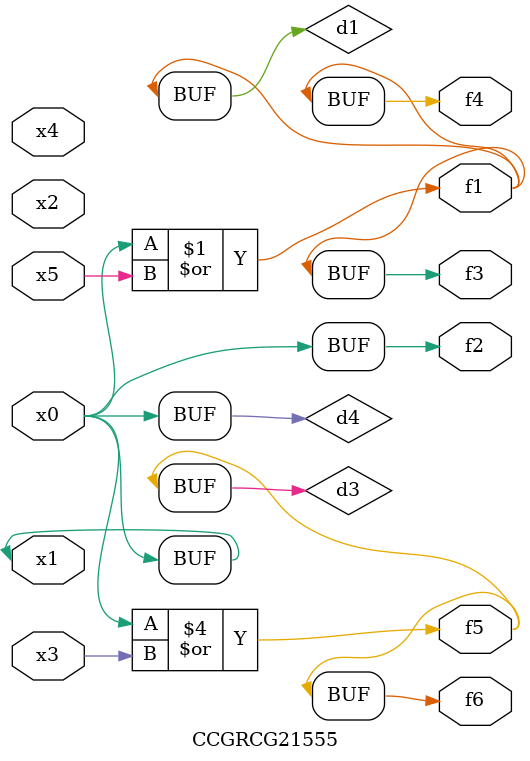
<source format=v>
module CCGRCG21555(
	input x0, x1, x2, x3, x4, x5,
	output f1, f2, f3, f4, f5, f6
);

	wire d1, d2, d3, d4;

	or (d1, x0, x5);
	xnor (d2, x1, x4);
	or (d3, x0, x3);
	buf (d4, x0, x1);
	assign f1 = d1;
	assign f2 = d4;
	assign f3 = d1;
	assign f4 = d1;
	assign f5 = d3;
	assign f6 = d3;
endmodule

</source>
